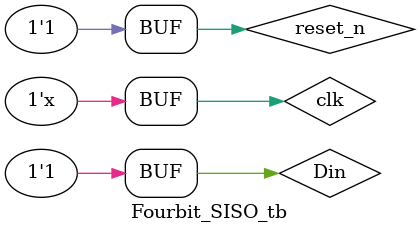
<source format=v>
module Fourbit_SISO_tb;
  wire [3:0] O;
  reg Din,reset_n,clk;
  
 Fourbit_SISO SISO(O,Din,reset_n,clk);
 initial
 begin
   clk = 0;
   reset_n = 0;
   Din= 0;
 end
 
 always 
 begin
   #10 clk = ~clk;
 end
 
 initial
 begin
   #5 reset_n = 1'b1;
    Din = 1'b1;
    #8;
    Din = 1'b1;
    #10;
    Din = 1'b0;
    #12;
    Din = 1'b1;
    #15;
    Din = 1'b0;
    #10;
    Din = 1'b1;
    #10;
    Din = 1'b0;
    #12;
    Din = 1'b1;
    #15;
    Din = 1'b0;
    #10;
    Din = 1'b1;
      
 end
   
 endmodule 

</source>
